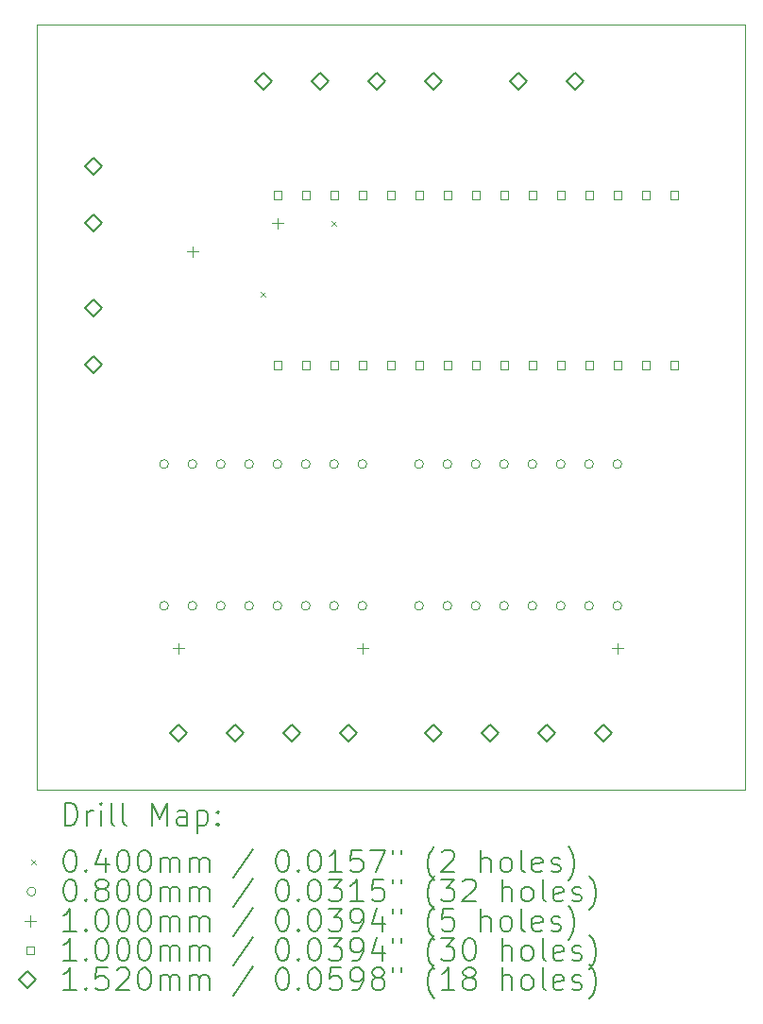
<source format=gbr>
%TF.GenerationSoftware,KiCad,Pcbnew,(6.0.7)*%
%TF.CreationDate,2022-08-10T04:42:46-07:00*%
%TF.ProjectId,pulse-pcb,70756c73-652d-4706-9362-2e6b69636164,rev?*%
%TF.SameCoordinates,Original*%
%TF.FileFunction,Drillmap*%
%TF.FilePolarity,Positive*%
%FSLAX45Y45*%
G04 Gerber Fmt 4.5, Leading zero omitted, Abs format (unit mm)*
G04 Created by KiCad (PCBNEW (6.0.7)) date 2022-08-10 04:42:46*
%MOMM*%
%LPD*%
G01*
G04 APERTURE LIST*
%ADD10C,0.100000*%
%ADD11C,0.200000*%
%ADD12C,0.040000*%
%ADD13C,0.080000*%
%ADD14C,0.152000*%
G04 APERTURE END LIST*
D10*
X15494000Y-13462000D02*
X9144000Y-13462000D01*
X9144000Y-13462000D02*
X9144000Y-6604000D01*
X9144000Y-6604000D02*
X15494000Y-6604000D01*
X15494000Y-6604000D02*
X15494000Y-13462000D01*
D11*
D12*
X11156000Y-8997000D02*
X11196000Y-9037000D01*
X11196000Y-8997000D02*
X11156000Y-9037000D01*
X11791000Y-8362000D02*
X11831000Y-8402000D01*
X11831000Y-8362000D02*
X11791000Y-8402000D01*
D13*
X10327000Y-10540000D02*
G75*
G03*
X10327000Y-10540000I-40000J0D01*
G01*
X10327000Y-11810000D02*
G75*
G03*
X10327000Y-11810000I-40000J0D01*
G01*
X10581000Y-10540000D02*
G75*
G03*
X10581000Y-10540000I-40000J0D01*
G01*
X10581000Y-11810000D02*
G75*
G03*
X10581000Y-11810000I-40000J0D01*
G01*
X10835000Y-10540000D02*
G75*
G03*
X10835000Y-10540000I-40000J0D01*
G01*
X10835000Y-11810000D02*
G75*
G03*
X10835000Y-11810000I-40000J0D01*
G01*
X11089000Y-10540000D02*
G75*
G03*
X11089000Y-10540000I-40000J0D01*
G01*
X11089000Y-11810000D02*
G75*
G03*
X11089000Y-11810000I-40000J0D01*
G01*
X11343000Y-10540000D02*
G75*
G03*
X11343000Y-10540000I-40000J0D01*
G01*
X11343000Y-11810000D02*
G75*
G03*
X11343000Y-11810000I-40000J0D01*
G01*
X11597000Y-10540000D02*
G75*
G03*
X11597000Y-10540000I-40000J0D01*
G01*
X11597000Y-11810000D02*
G75*
G03*
X11597000Y-11810000I-40000J0D01*
G01*
X11851000Y-10540000D02*
G75*
G03*
X11851000Y-10540000I-40000J0D01*
G01*
X11851000Y-11810000D02*
G75*
G03*
X11851000Y-11810000I-40000J0D01*
G01*
X12105000Y-10540000D02*
G75*
G03*
X12105000Y-10540000I-40000J0D01*
G01*
X12105000Y-11810000D02*
G75*
G03*
X12105000Y-11810000I-40000J0D01*
G01*
X12613000Y-10540000D02*
G75*
G03*
X12613000Y-10540000I-40000J0D01*
G01*
X12613000Y-11810000D02*
G75*
G03*
X12613000Y-11810000I-40000J0D01*
G01*
X12867000Y-10540000D02*
G75*
G03*
X12867000Y-10540000I-40000J0D01*
G01*
X12867000Y-11810000D02*
G75*
G03*
X12867000Y-11810000I-40000J0D01*
G01*
X13121000Y-10540000D02*
G75*
G03*
X13121000Y-10540000I-40000J0D01*
G01*
X13121000Y-11810000D02*
G75*
G03*
X13121000Y-11810000I-40000J0D01*
G01*
X13375000Y-10540000D02*
G75*
G03*
X13375000Y-10540000I-40000J0D01*
G01*
X13375000Y-11810000D02*
G75*
G03*
X13375000Y-11810000I-40000J0D01*
G01*
X13629000Y-10540000D02*
G75*
G03*
X13629000Y-10540000I-40000J0D01*
G01*
X13629000Y-11810000D02*
G75*
G03*
X13629000Y-11810000I-40000J0D01*
G01*
X13883000Y-10540000D02*
G75*
G03*
X13883000Y-10540000I-40000J0D01*
G01*
X13883000Y-11810000D02*
G75*
G03*
X13883000Y-11810000I-40000J0D01*
G01*
X14137000Y-10540000D02*
G75*
G03*
X14137000Y-10540000I-40000J0D01*
G01*
X14137000Y-11810000D02*
G75*
G03*
X14137000Y-11810000I-40000J0D01*
G01*
X14391000Y-10540000D02*
G75*
G03*
X14391000Y-10540000I-40000J0D01*
G01*
X14391000Y-11810000D02*
G75*
G03*
X14391000Y-11810000I-40000J0D01*
G01*
D10*
X10414000Y-12142000D02*
X10414000Y-12242000D01*
X10364000Y-12192000D02*
X10464000Y-12192000D01*
X10541000Y-8586000D02*
X10541000Y-8686000D01*
X10491000Y-8636000D02*
X10591000Y-8636000D01*
X11303000Y-8332000D02*
X11303000Y-8432000D01*
X11253000Y-8382000D02*
X11353000Y-8382000D01*
X12065000Y-12142000D02*
X12065000Y-12242000D01*
X12015000Y-12192000D02*
X12115000Y-12192000D01*
X14351000Y-12142000D02*
X14351000Y-12242000D01*
X14301000Y-12192000D02*
X14401000Y-12192000D01*
X11338356Y-8163356D02*
X11338356Y-8092644D01*
X11267644Y-8092644D01*
X11267644Y-8163356D01*
X11338356Y-8163356D01*
X11338356Y-9687356D02*
X11338356Y-9616644D01*
X11267644Y-9616644D01*
X11267644Y-9687356D01*
X11338356Y-9687356D01*
X11592356Y-8163356D02*
X11592356Y-8092644D01*
X11521644Y-8092644D01*
X11521644Y-8163356D01*
X11592356Y-8163356D01*
X11592356Y-9687356D02*
X11592356Y-9616644D01*
X11521644Y-9616644D01*
X11521644Y-9687356D01*
X11592356Y-9687356D01*
X11846356Y-8163356D02*
X11846356Y-8092644D01*
X11775644Y-8092644D01*
X11775644Y-8163356D01*
X11846356Y-8163356D01*
X11846356Y-9687356D02*
X11846356Y-9616644D01*
X11775644Y-9616644D01*
X11775644Y-9687356D01*
X11846356Y-9687356D01*
X12100356Y-8163356D02*
X12100356Y-8092644D01*
X12029644Y-8092644D01*
X12029644Y-8163356D01*
X12100356Y-8163356D01*
X12100356Y-9687356D02*
X12100356Y-9616644D01*
X12029644Y-9616644D01*
X12029644Y-9687356D01*
X12100356Y-9687356D01*
X12354356Y-8163356D02*
X12354356Y-8092644D01*
X12283644Y-8092644D01*
X12283644Y-8163356D01*
X12354356Y-8163356D01*
X12354356Y-9687356D02*
X12354356Y-9616644D01*
X12283644Y-9616644D01*
X12283644Y-9687356D01*
X12354356Y-9687356D01*
X12608356Y-8163356D02*
X12608356Y-8092644D01*
X12537644Y-8092644D01*
X12537644Y-8163356D01*
X12608356Y-8163356D01*
X12608356Y-9687356D02*
X12608356Y-9616644D01*
X12537644Y-9616644D01*
X12537644Y-9687356D01*
X12608356Y-9687356D01*
X12862356Y-8163356D02*
X12862356Y-8092644D01*
X12791644Y-8092644D01*
X12791644Y-8163356D01*
X12862356Y-8163356D01*
X12862356Y-9687356D02*
X12862356Y-9616644D01*
X12791644Y-9616644D01*
X12791644Y-9687356D01*
X12862356Y-9687356D01*
X13116356Y-8163356D02*
X13116356Y-8092644D01*
X13045644Y-8092644D01*
X13045644Y-8163356D01*
X13116356Y-8163356D01*
X13116356Y-9687356D02*
X13116356Y-9616644D01*
X13045644Y-9616644D01*
X13045644Y-9687356D01*
X13116356Y-9687356D01*
X13370356Y-8163356D02*
X13370356Y-8092644D01*
X13299644Y-8092644D01*
X13299644Y-8163356D01*
X13370356Y-8163356D01*
X13370356Y-9687356D02*
X13370356Y-9616644D01*
X13299644Y-9616644D01*
X13299644Y-9687356D01*
X13370356Y-9687356D01*
X13624356Y-8163356D02*
X13624356Y-8092644D01*
X13553644Y-8092644D01*
X13553644Y-8163356D01*
X13624356Y-8163356D01*
X13624356Y-9687356D02*
X13624356Y-9616644D01*
X13553644Y-9616644D01*
X13553644Y-9687356D01*
X13624356Y-9687356D01*
X13878356Y-8163356D02*
X13878356Y-8092644D01*
X13807644Y-8092644D01*
X13807644Y-8163356D01*
X13878356Y-8163356D01*
X13878356Y-9687356D02*
X13878356Y-9616644D01*
X13807644Y-9616644D01*
X13807644Y-9687356D01*
X13878356Y-9687356D01*
X14132356Y-8163356D02*
X14132356Y-8092644D01*
X14061644Y-8092644D01*
X14061644Y-8163356D01*
X14132356Y-8163356D01*
X14132356Y-9687356D02*
X14132356Y-9616644D01*
X14061644Y-9616644D01*
X14061644Y-9687356D01*
X14132356Y-9687356D01*
X14386356Y-8163356D02*
X14386356Y-8092644D01*
X14315644Y-8092644D01*
X14315644Y-8163356D01*
X14386356Y-8163356D01*
X14386356Y-9687356D02*
X14386356Y-9616644D01*
X14315644Y-9616644D01*
X14315644Y-9687356D01*
X14386356Y-9687356D01*
X14640356Y-8163356D02*
X14640356Y-8092644D01*
X14569644Y-8092644D01*
X14569644Y-8163356D01*
X14640356Y-8163356D01*
X14640356Y-9687356D02*
X14640356Y-9616644D01*
X14569644Y-9616644D01*
X14569644Y-9687356D01*
X14640356Y-9687356D01*
X14894356Y-8163356D02*
X14894356Y-8092644D01*
X14823644Y-8092644D01*
X14823644Y-8163356D01*
X14894356Y-8163356D01*
X14894356Y-9687356D02*
X14894356Y-9616644D01*
X14823644Y-9616644D01*
X14823644Y-9687356D01*
X14894356Y-9687356D01*
D14*
X9652000Y-7950000D02*
X9728000Y-7874000D01*
X9652000Y-7798000D01*
X9576000Y-7874000D01*
X9652000Y-7950000D01*
X9652000Y-8458000D02*
X9728000Y-8382000D01*
X9652000Y-8306000D01*
X9576000Y-8382000D01*
X9652000Y-8458000D01*
X9652000Y-9220000D02*
X9728000Y-9144000D01*
X9652000Y-9068000D01*
X9576000Y-9144000D01*
X9652000Y-9220000D01*
X9652000Y-9728000D02*
X9728000Y-9652000D01*
X9652000Y-9576000D01*
X9576000Y-9652000D01*
X9652000Y-9728000D01*
X10414000Y-13030000D02*
X10490000Y-12954000D01*
X10414000Y-12878000D01*
X10338000Y-12954000D01*
X10414000Y-13030000D01*
X10922000Y-13030000D02*
X10998000Y-12954000D01*
X10922000Y-12878000D01*
X10846000Y-12954000D01*
X10922000Y-13030000D01*
X11176000Y-7188000D02*
X11252000Y-7112000D01*
X11176000Y-7036000D01*
X11100000Y-7112000D01*
X11176000Y-7188000D01*
X11430000Y-13030000D02*
X11506000Y-12954000D01*
X11430000Y-12878000D01*
X11354000Y-12954000D01*
X11430000Y-13030000D01*
X11684000Y-7188000D02*
X11760000Y-7112000D01*
X11684000Y-7036000D01*
X11608000Y-7112000D01*
X11684000Y-7188000D01*
X11938000Y-13030000D02*
X12014000Y-12954000D01*
X11938000Y-12878000D01*
X11862000Y-12954000D01*
X11938000Y-13030000D01*
X12192000Y-7188000D02*
X12268000Y-7112000D01*
X12192000Y-7036000D01*
X12116000Y-7112000D01*
X12192000Y-7188000D01*
X12700000Y-7188000D02*
X12776000Y-7112000D01*
X12700000Y-7036000D01*
X12624000Y-7112000D01*
X12700000Y-7188000D01*
X12700000Y-13030000D02*
X12776000Y-12954000D01*
X12700000Y-12878000D01*
X12624000Y-12954000D01*
X12700000Y-13030000D01*
X13208000Y-13030000D02*
X13284000Y-12954000D01*
X13208000Y-12878000D01*
X13132000Y-12954000D01*
X13208000Y-13030000D01*
X13462000Y-7188000D02*
X13538000Y-7112000D01*
X13462000Y-7036000D01*
X13386000Y-7112000D01*
X13462000Y-7188000D01*
X13716000Y-13030000D02*
X13792000Y-12954000D01*
X13716000Y-12878000D01*
X13640000Y-12954000D01*
X13716000Y-13030000D01*
X13970000Y-7188000D02*
X14046000Y-7112000D01*
X13970000Y-7036000D01*
X13894000Y-7112000D01*
X13970000Y-7188000D01*
X14224000Y-13030000D02*
X14300000Y-12954000D01*
X14224000Y-12878000D01*
X14148000Y-12954000D01*
X14224000Y-13030000D01*
D11*
X9396619Y-13777476D02*
X9396619Y-13577476D01*
X9444238Y-13577476D01*
X9472810Y-13587000D01*
X9491857Y-13606048D01*
X9501381Y-13625095D01*
X9510905Y-13663190D01*
X9510905Y-13691762D01*
X9501381Y-13729857D01*
X9491857Y-13748905D01*
X9472810Y-13767952D01*
X9444238Y-13777476D01*
X9396619Y-13777476D01*
X9596619Y-13777476D02*
X9596619Y-13644143D01*
X9596619Y-13682238D02*
X9606143Y-13663190D01*
X9615667Y-13653667D01*
X9634714Y-13644143D01*
X9653762Y-13644143D01*
X9720429Y-13777476D02*
X9720429Y-13644143D01*
X9720429Y-13577476D02*
X9710905Y-13587000D01*
X9720429Y-13596524D01*
X9729952Y-13587000D01*
X9720429Y-13577476D01*
X9720429Y-13596524D01*
X9844238Y-13777476D02*
X9825190Y-13767952D01*
X9815667Y-13748905D01*
X9815667Y-13577476D01*
X9949000Y-13777476D02*
X9929952Y-13767952D01*
X9920429Y-13748905D01*
X9920429Y-13577476D01*
X10177571Y-13777476D02*
X10177571Y-13577476D01*
X10244238Y-13720333D01*
X10310905Y-13577476D01*
X10310905Y-13777476D01*
X10491857Y-13777476D02*
X10491857Y-13672714D01*
X10482333Y-13653667D01*
X10463286Y-13644143D01*
X10425190Y-13644143D01*
X10406143Y-13653667D01*
X10491857Y-13767952D02*
X10472810Y-13777476D01*
X10425190Y-13777476D01*
X10406143Y-13767952D01*
X10396619Y-13748905D01*
X10396619Y-13729857D01*
X10406143Y-13710809D01*
X10425190Y-13701286D01*
X10472810Y-13701286D01*
X10491857Y-13691762D01*
X10587095Y-13644143D02*
X10587095Y-13844143D01*
X10587095Y-13653667D02*
X10606143Y-13644143D01*
X10644238Y-13644143D01*
X10663286Y-13653667D01*
X10672810Y-13663190D01*
X10682333Y-13682238D01*
X10682333Y-13739381D01*
X10672810Y-13758428D01*
X10663286Y-13767952D01*
X10644238Y-13777476D01*
X10606143Y-13777476D01*
X10587095Y-13767952D01*
X10768048Y-13758428D02*
X10777571Y-13767952D01*
X10768048Y-13777476D01*
X10758524Y-13767952D01*
X10768048Y-13758428D01*
X10768048Y-13777476D01*
X10768048Y-13653667D02*
X10777571Y-13663190D01*
X10768048Y-13672714D01*
X10758524Y-13663190D01*
X10768048Y-13653667D01*
X10768048Y-13672714D01*
D12*
X9099000Y-14087000D02*
X9139000Y-14127000D01*
X9139000Y-14087000D02*
X9099000Y-14127000D01*
D11*
X9434714Y-13997476D02*
X9453762Y-13997476D01*
X9472810Y-14007000D01*
X9482333Y-14016524D01*
X9491857Y-14035571D01*
X9501381Y-14073667D01*
X9501381Y-14121286D01*
X9491857Y-14159381D01*
X9482333Y-14178428D01*
X9472810Y-14187952D01*
X9453762Y-14197476D01*
X9434714Y-14197476D01*
X9415667Y-14187952D01*
X9406143Y-14178428D01*
X9396619Y-14159381D01*
X9387095Y-14121286D01*
X9387095Y-14073667D01*
X9396619Y-14035571D01*
X9406143Y-14016524D01*
X9415667Y-14007000D01*
X9434714Y-13997476D01*
X9587095Y-14178428D02*
X9596619Y-14187952D01*
X9587095Y-14197476D01*
X9577571Y-14187952D01*
X9587095Y-14178428D01*
X9587095Y-14197476D01*
X9768048Y-14064143D02*
X9768048Y-14197476D01*
X9720429Y-13987952D02*
X9672810Y-14130809D01*
X9796619Y-14130809D01*
X9910905Y-13997476D02*
X9929952Y-13997476D01*
X9949000Y-14007000D01*
X9958524Y-14016524D01*
X9968048Y-14035571D01*
X9977571Y-14073667D01*
X9977571Y-14121286D01*
X9968048Y-14159381D01*
X9958524Y-14178428D01*
X9949000Y-14187952D01*
X9929952Y-14197476D01*
X9910905Y-14197476D01*
X9891857Y-14187952D01*
X9882333Y-14178428D01*
X9872810Y-14159381D01*
X9863286Y-14121286D01*
X9863286Y-14073667D01*
X9872810Y-14035571D01*
X9882333Y-14016524D01*
X9891857Y-14007000D01*
X9910905Y-13997476D01*
X10101381Y-13997476D02*
X10120429Y-13997476D01*
X10139476Y-14007000D01*
X10149000Y-14016524D01*
X10158524Y-14035571D01*
X10168048Y-14073667D01*
X10168048Y-14121286D01*
X10158524Y-14159381D01*
X10149000Y-14178428D01*
X10139476Y-14187952D01*
X10120429Y-14197476D01*
X10101381Y-14197476D01*
X10082333Y-14187952D01*
X10072810Y-14178428D01*
X10063286Y-14159381D01*
X10053762Y-14121286D01*
X10053762Y-14073667D01*
X10063286Y-14035571D01*
X10072810Y-14016524D01*
X10082333Y-14007000D01*
X10101381Y-13997476D01*
X10253762Y-14197476D02*
X10253762Y-14064143D01*
X10253762Y-14083190D02*
X10263286Y-14073667D01*
X10282333Y-14064143D01*
X10310905Y-14064143D01*
X10329952Y-14073667D01*
X10339476Y-14092714D01*
X10339476Y-14197476D01*
X10339476Y-14092714D02*
X10349000Y-14073667D01*
X10368048Y-14064143D01*
X10396619Y-14064143D01*
X10415667Y-14073667D01*
X10425190Y-14092714D01*
X10425190Y-14197476D01*
X10520429Y-14197476D02*
X10520429Y-14064143D01*
X10520429Y-14083190D02*
X10529952Y-14073667D01*
X10549000Y-14064143D01*
X10577571Y-14064143D01*
X10596619Y-14073667D01*
X10606143Y-14092714D01*
X10606143Y-14197476D01*
X10606143Y-14092714D02*
X10615667Y-14073667D01*
X10634714Y-14064143D01*
X10663286Y-14064143D01*
X10682333Y-14073667D01*
X10691857Y-14092714D01*
X10691857Y-14197476D01*
X11082333Y-13987952D02*
X10910905Y-14245095D01*
X11339476Y-13997476D02*
X11358524Y-13997476D01*
X11377571Y-14007000D01*
X11387095Y-14016524D01*
X11396619Y-14035571D01*
X11406143Y-14073667D01*
X11406143Y-14121286D01*
X11396619Y-14159381D01*
X11387095Y-14178428D01*
X11377571Y-14187952D01*
X11358524Y-14197476D01*
X11339476Y-14197476D01*
X11320428Y-14187952D01*
X11310905Y-14178428D01*
X11301381Y-14159381D01*
X11291857Y-14121286D01*
X11291857Y-14073667D01*
X11301381Y-14035571D01*
X11310905Y-14016524D01*
X11320428Y-14007000D01*
X11339476Y-13997476D01*
X11491857Y-14178428D02*
X11501381Y-14187952D01*
X11491857Y-14197476D01*
X11482333Y-14187952D01*
X11491857Y-14178428D01*
X11491857Y-14197476D01*
X11625190Y-13997476D02*
X11644238Y-13997476D01*
X11663286Y-14007000D01*
X11672809Y-14016524D01*
X11682333Y-14035571D01*
X11691857Y-14073667D01*
X11691857Y-14121286D01*
X11682333Y-14159381D01*
X11672809Y-14178428D01*
X11663286Y-14187952D01*
X11644238Y-14197476D01*
X11625190Y-14197476D01*
X11606143Y-14187952D01*
X11596619Y-14178428D01*
X11587095Y-14159381D01*
X11577571Y-14121286D01*
X11577571Y-14073667D01*
X11587095Y-14035571D01*
X11596619Y-14016524D01*
X11606143Y-14007000D01*
X11625190Y-13997476D01*
X11882333Y-14197476D02*
X11768048Y-14197476D01*
X11825190Y-14197476D02*
X11825190Y-13997476D01*
X11806143Y-14026048D01*
X11787095Y-14045095D01*
X11768048Y-14054619D01*
X12063286Y-13997476D02*
X11968048Y-13997476D01*
X11958524Y-14092714D01*
X11968048Y-14083190D01*
X11987095Y-14073667D01*
X12034714Y-14073667D01*
X12053762Y-14083190D01*
X12063286Y-14092714D01*
X12072809Y-14111762D01*
X12072809Y-14159381D01*
X12063286Y-14178428D01*
X12053762Y-14187952D01*
X12034714Y-14197476D01*
X11987095Y-14197476D01*
X11968048Y-14187952D01*
X11958524Y-14178428D01*
X12139476Y-13997476D02*
X12272809Y-13997476D01*
X12187095Y-14197476D01*
X12339476Y-13997476D02*
X12339476Y-14035571D01*
X12415667Y-13997476D02*
X12415667Y-14035571D01*
X12710905Y-14273667D02*
X12701381Y-14264143D01*
X12682333Y-14235571D01*
X12672809Y-14216524D01*
X12663286Y-14187952D01*
X12653762Y-14140333D01*
X12653762Y-14102238D01*
X12663286Y-14054619D01*
X12672809Y-14026048D01*
X12682333Y-14007000D01*
X12701381Y-13978428D01*
X12710905Y-13968905D01*
X12777571Y-14016524D02*
X12787095Y-14007000D01*
X12806143Y-13997476D01*
X12853762Y-13997476D01*
X12872809Y-14007000D01*
X12882333Y-14016524D01*
X12891857Y-14035571D01*
X12891857Y-14054619D01*
X12882333Y-14083190D01*
X12768048Y-14197476D01*
X12891857Y-14197476D01*
X13129952Y-14197476D02*
X13129952Y-13997476D01*
X13215667Y-14197476D02*
X13215667Y-14092714D01*
X13206143Y-14073667D01*
X13187095Y-14064143D01*
X13158524Y-14064143D01*
X13139476Y-14073667D01*
X13129952Y-14083190D01*
X13339476Y-14197476D02*
X13320428Y-14187952D01*
X13310905Y-14178428D01*
X13301381Y-14159381D01*
X13301381Y-14102238D01*
X13310905Y-14083190D01*
X13320428Y-14073667D01*
X13339476Y-14064143D01*
X13368048Y-14064143D01*
X13387095Y-14073667D01*
X13396619Y-14083190D01*
X13406143Y-14102238D01*
X13406143Y-14159381D01*
X13396619Y-14178428D01*
X13387095Y-14187952D01*
X13368048Y-14197476D01*
X13339476Y-14197476D01*
X13520428Y-14197476D02*
X13501381Y-14187952D01*
X13491857Y-14168905D01*
X13491857Y-13997476D01*
X13672809Y-14187952D02*
X13653762Y-14197476D01*
X13615667Y-14197476D01*
X13596619Y-14187952D01*
X13587095Y-14168905D01*
X13587095Y-14092714D01*
X13596619Y-14073667D01*
X13615667Y-14064143D01*
X13653762Y-14064143D01*
X13672809Y-14073667D01*
X13682333Y-14092714D01*
X13682333Y-14111762D01*
X13587095Y-14130809D01*
X13758524Y-14187952D02*
X13777571Y-14197476D01*
X13815667Y-14197476D01*
X13834714Y-14187952D01*
X13844238Y-14168905D01*
X13844238Y-14159381D01*
X13834714Y-14140333D01*
X13815667Y-14130809D01*
X13787095Y-14130809D01*
X13768048Y-14121286D01*
X13758524Y-14102238D01*
X13758524Y-14092714D01*
X13768048Y-14073667D01*
X13787095Y-14064143D01*
X13815667Y-14064143D01*
X13834714Y-14073667D01*
X13910905Y-14273667D02*
X13920428Y-14264143D01*
X13939476Y-14235571D01*
X13949000Y-14216524D01*
X13958524Y-14187952D01*
X13968048Y-14140333D01*
X13968048Y-14102238D01*
X13958524Y-14054619D01*
X13949000Y-14026048D01*
X13939476Y-14007000D01*
X13920428Y-13978428D01*
X13910905Y-13968905D01*
D13*
X9139000Y-14371000D02*
G75*
G03*
X9139000Y-14371000I-40000J0D01*
G01*
D11*
X9434714Y-14261476D02*
X9453762Y-14261476D01*
X9472810Y-14271000D01*
X9482333Y-14280524D01*
X9491857Y-14299571D01*
X9501381Y-14337667D01*
X9501381Y-14385286D01*
X9491857Y-14423381D01*
X9482333Y-14442428D01*
X9472810Y-14451952D01*
X9453762Y-14461476D01*
X9434714Y-14461476D01*
X9415667Y-14451952D01*
X9406143Y-14442428D01*
X9396619Y-14423381D01*
X9387095Y-14385286D01*
X9387095Y-14337667D01*
X9396619Y-14299571D01*
X9406143Y-14280524D01*
X9415667Y-14271000D01*
X9434714Y-14261476D01*
X9587095Y-14442428D02*
X9596619Y-14451952D01*
X9587095Y-14461476D01*
X9577571Y-14451952D01*
X9587095Y-14442428D01*
X9587095Y-14461476D01*
X9710905Y-14347190D02*
X9691857Y-14337667D01*
X9682333Y-14328143D01*
X9672810Y-14309095D01*
X9672810Y-14299571D01*
X9682333Y-14280524D01*
X9691857Y-14271000D01*
X9710905Y-14261476D01*
X9749000Y-14261476D01*
X9768048Y-14271000D01*
X9777571Y-14280524D01*
X9787095Y-14299571D01*
X9787095Y-14309095D01*
X9777571Y-14328143D01*
X9768048Y-14337667D01*
X9749000Y-14347190D01*
X9710905Y-14347190D01*
X9691857Y-14356714D01*
X9682333Y-14366238D01*
X9672810Y-14385286D01*
X9672810Y-14423381D01*
X9682333Y-14442428D01*
X9691857Y-14451952D01*
X9710905Y-14461476D01*
X9749000Y-14461476D01*
X9768048Y-14451952D01*
X9777571Y-14442428D01*
X9787095Y-14423381D01*
X9787095Y-14385286D01*
X9777571Y-14366238D01*
X9768048Y-14356714D01*
X9749000Y-14347190D01*
X9910905Y-14261476D02*
X9929952Y-14261476D01*
X9949000Y-14271000D01*
X9958524Y-14280524D01*
X9968048Y-14299571D01*
X9977571Y-14337667D01*
X9977571Y-14385286D01*
X9968048Y-14423381D01*
X9958524Y-14442428D01*
X9949000Y-14451952D01*
X9929952Y-14461476D01*
X9910905Y-14461476D01*
X9891857Y-14451952D01*
X9882333Y-14442428D01*
X9872810Y-14423381D01*
X9863286Y-14385286D01*
X9863286Y-14337667D01*
X9872810Y-14299571D01*
X9882333Y-14280524D01*
X9891857Y-14271000D01*
X9910905Y-14261476D01*
X10101381Y-14261476D02*
X10120429Y-14261476D01*
X10139476Y-14271000D01*
X10149000Y-14280524D01*
X10158524Y-14299571D01*
X10168048Y-14337667D01*
X10168048Y-14385286D01*
X10158524Y-14423381D01*
X10149000Y-14442428D01*
X10139476Y-14451952D01*
X10120429Y-14461476D01*
X10101381Y-14461476D01*
X10082333Y-14451952D01*
X10072810Y-14442428D01*
X10063286Y-14423381D01*
X10053762Y-14385286D01*
X10053762Y-14337667D01*
X10063286Y-14299571D01*
X10072810Y-14280524D01*
X10082333Y-14271000D01*
X10101381Y-14261476D01*
X10253762Y-14461476D02*
X10253762Y-14328143D01*
X10253762Y-14347190D02*
X10263286Y-14337667D01*
X10282333Y-14328143D01*
X10310905Y-14328143D01*
X10329952Y-14337667D01*
X10339476Y-14356714D01*
X10339476Y-14461476D01*
X10339476Y-14356714D02*
X10349000Y-14337667D01*
X10368048Y-14328143D01*
X10396619Y-14328143D01*
X10415667Y-14337667D01*
X10425190Y-14356714D01*
X10425190Y-14461476D01*
X10520429Y-14461476D02*
X10520429Y-14328143D01*
X10520429Y-14347190D02*
X10529952Y-14337667D01*
X10549000Y-14328143D01*
X10577571Y-14328143D01*
X10596619Y-14337667D01*
X10606143Y-14356714D01*
X10606143Y-14461476D01*
X10606143Y-14356714D02*
X10615667Y-14337667D01*
X10634714Y-14328143D01*
X10663286Y-14328143D01*
X10682333Y-14337667D01*
X10691857Y-14356714D01*
X10691857Y-14461476D01*
X11082333Y-14251952D02*
X10910905Y-14509095D01*
X11339476Y-14261476D02*
X11358524Y-14261476D01*
X11377571Y-14271000D01*
X11387095Y-14280524D01*
X11396619Y-14299571D01*
X11406143Y-14337667D01*
X11406143Y-14385286D01*
X11396619Y-14423381D01*
X11387095Y-14442428D01*
X11377571Y-14451952D01*
X11358524Y-14461476D01*
X11339476Y-14461476D01*
X11320428Y-14451952D01*
X11310905Y-14442428D01*
X11301381Y-14423381D01*
X11291857Y-14385286D01*
X11291857Y-14337667D01*
X11301381Y-14299571D01*
X11310905Y-14280524D01*
X11320428Y-14271000D01*
X11339476Y-14261476D01*
X11491857Y-14442428D02*
X11501381Y-14451952D01*
X11491857Y-14461476D01*
X11482333Y-14451952D01*
X11491857Y-14442428D01*
X11491857Y-14461476D01*
X11625190Y-14261476D02*
X11644238Y-14261476D01*
X11663286Y-14271000D01*
X11672809Y-14280524D01*
X11682333Y-14299571D01*
X11691857Y-14337667D01*
X11691857Y-14385286D01*
X11682333Y-14423381D01*
X11672809Y-14442428D01*
X11663286Y-14451952D01*
X11644238Y-14461476D01*
X11625190Y-14461476D01*
X11606143Y-14451952D01*
X11596619Y-14442428D01*
X11587095Y-14423381D01*
X11577571Y-14385286D01*
X11577571Y-14337667D01*
X11587095Y-14299571D01*
X11596619Y-14280524D01*
X11606143Y-14271000D01*
X11625190Y-14261476D01*
X11758524Y-14261476D02*
X11882333Y-14261476D01*
X11815667Y-14337667D01*
X11844238Y-14337667D01*
X11863286Y-14347190D01*
X11872809Y-14356714D01*
X11882333Y-14375762D01*
X11882333Y-14423381D01*
X11872809Y-14442428D01*
X11863286Y-14451952D01*
X11844238Y-14461476D01*
X11787095Y-14461476D01*
X11768048Y-14451952D01*
X11758524Y-14442428D01*
X12072809Y-14461476D02*
X11958524Y-14461476D01*
X12015667Y-14461476D02*
X12015667Y-14261476D01*
X11996619Y-14290048D01*
X11977571Y-14309095D01*
X11958524Y-14318619D01*
X12253762Y-14261476D02*
X12158524Y-14261476D01*
X12149000Y-14356714D01*
X12158524Y-14347190D01*
X12177571Y-14337667D01*
X12225190Y-14337667D01*
X12244238Y-14347190D01*
X12253762Y-14356714D01*
X12263286Y-14375762D01*
X12263286Y-14423381D01*
X12253762Y-14442428D01*
X12244238Y-14451952D01*
X12225190Y-14461476D01*
X12177571Y-14461476D01*
X12158524Y-14451952D01*
X12149000Y-14442428D01*
X12339476Y-14261476D02*
X12339476Y-14299571D01*
X12415667Y-14261476D02*
X12415667Y-14299571D01*
X12710905Y-14537667D02*
X12701381Y-14528143D01*
X12682333Y-14499571D01*
X12672809Y-14480524D01*
X12663286Y-14451952D01*
X12653762Y-14404333D01*
X12653762Y-14366238D01*
X12663286Y-14318619D01*
X12672809Y-14290048D01*
X12682333Y-14271000D01*
X12701381Y-14242428D01*
X12710905Y-14232905D01*
X12768048Y-14261476D02*
X12891857Y-14261476D01*
X12825190Y-14337667D01*
X12853762Y-14337667D01*
X12872809Y-14347190D01*
X12882333Y-14356714D01*
X12891857Y-14375762D01*
X12891857Y-14423381D01*
X12882333Y-14442428D01*
X12872809Y-14451952D01*
X12853762Y-14461476D01*
X12796619Y-14461476D01*
X12777571Y-14451952D01*
X12768048Y-14442428D01*
X12968048Y-14280524D02*
X12977571Y-14271000D01*
X12996619Y-14261476D01*
X13044238Y-14261476D01*
X13063286Y-14271000D01*
X13072809Y-14280524D01*
X13082333Y-14299571D01*
X13082333Y-14318619D01*
X13072809Y-14347190D01*
X12958524Y-14461476D01*
X13082333Y-14461476D01*
X13320428Y-14461476D02*
X13320428Y-14261476D01*
X13406143Y-14461476D02*
X13406143Y-14356714D01*
X13396619Y-14337667D01*
X13377571Y-14328143D01*
X13349000Y-14328143D01*
X13329952Y-14337667D01*
X13320428Y-14347190D01*
X13529952Y-14461476D02*
X13510905Y-14451952D01*
X13501381Y-14442428D01*
X13491857Y-14423381D01*
X13491857Y-14366238D01*
X13501381Y-14347190D01*
X13510905Y-14337667D01*
X13529952Y-14328143D01*
X13558524Y-14328143D01*
X13577571Y-14337667D01*
X13587095Y-14347190D01*
X13596619Y-14366238D01*
X13596619Y-14423381D01*
X13587095Y-14442428D01*
X13577571Y-14451952D01*
X13558524Y-14461476D01*
X13529952Y-14461476D01*
X13710905Y-14461476D02*
X13691857Y-14451952D01*
X13682333Y-14432905D01*
X13682333Y-14261476D01*
X13863286Y-14451952D02*
X13844238Y-14461476D01*
X13806143Y-14461476D01*
X13787095Y-14451952D01*
X13777571Y-14432905D01*
X13777571Y-14356714D01*
X13787095Y-14337667D01*
X13806143Y-14328143D01*
X13844238Y-14328143D01*
X13863286Y-14337667D01*
X13872809Y-14356714D01*
X13872809Y-14375762D01*
X13777571Y-14394809D01*
X13949000Y-14451952D02*
X13968048Y-14461476D01*
X14006143Y-14461476D01*
X14025190Y-14451952D01*
X14034714Y-14432905D01*
X14034714Y-14423381D01*
X14025190Y-14404333D01*
X14006143Y-14394809D01*
X13977571Y-14394809D01*
X13958524Y-14385286D01*
X13949000Y-14366238D01*
X13949000Y-14356714D01*
X13958524Y-14337667D01*
X13977571Y-14328143D01*
X14006143Y-14328143D01*
X14025190Y-14337667D01*
X14101381Y-14537667D02*
X14110905Y-14528143D01*
X14129952Y-14499571D01*
X14139476Y-14480524D01*
X14149000Y-14451952D01*
X14158524Y-14404333D01*
X14158524Y-14366238D01*
X14149000Y-14318619D01*
X14139476Y-14290048D01*
X14129952Y-14271000D01*
X14110905Y-14242428D01*
X14101381Y-14232905D01*
D10*
X9089000Y-14585000D02*
X9089000Y-14685000D01*
X9039000Y-14635000D02*
X9139000Y-14635000D01*
D11*
X9501381Y-14725476D02*
X9387095Y-14725476D01*
X9444238Y-14725476D02*
X9444238Y-14525476D01*
X9425190Y-14554048D01*
X9406143Y-14573095D01*
X9387095Y-14582619D01*
X9587095Y-14706428D02*
X9596619Y-14715952D01*
X9587095Y-14725476D01*
X9577571Y-14715952D01*
X9587095Y-14706428D01*
X9587095Y-14725476D01*
X9720429Y-14525476D02*
X9739476Y-14525476D01*
X9758524Y-14535000D01*
X9768048Y-14544524D01*
X9777571Y-14563571D01*
X9787095Y-14601667D01*
X9787095Y-14649286D01*
X9777571Y-14687381D01*
X9768048Y-14706428D01*
X9758524Y-14715952D01*
X9739476Y-14725476D01*
X9720429Y-14725476D01*
X9701381Y-14715952D01*
X9691857Y-14706428D01*
X9682333Y-14687381D01*
X9672810Y-14649286D01*
X9672810Y-14601667D01*
X9682333Y-14563571D01*
X9691857Y-14544524D01*
X9701381Y-14535000D01*
X9720429Y-14525476D01*
X9910905Y-14525476D02*
X9929952Y-14525476D01*
X9949000Y-14535000D01*
X9958524Y-14544524D01*
X9968048Y-14563571D01*
X9977571Y-14601667D01*
X9977571Y-14649286D01*
X9968048Y-14687381D01*
X9958524Y-14706428D01*
X9949000Y-14715952D01*
X9929952Y-14725476D01*
X9910905Y-14725476D01*
X9891857Y-14715952D01*
X9882333Y-14706428D01*
X9872810Y-14687381D01*
X9863286Y-14649286D01*
X9863286Y-14601667D01*
X9872810Y-14563571D01*
X9882333Y-14544524D01*
X9891857Y-14535000D01*
X9910905Y-14525476D01*
X10101381Y-14525476D02*
X10120429Y-14525476D01*
X10139476Y-14535000D01*
X10149000Y-14544524D01*
X10158524Y-14563571D01*
X10168048Y-14601667D01*
X10168048Y-14649286D01*
X10158524Y-14687381D01*
X10149000Y-14706428D01*
X10139476Y-14715952D01*
X10120429Y-14725476D01*
X10101381Y-14725476D01*
X10082333Y-14715952D01*
X10072810Y-14706428D01*
X10063286Y-14687381D01*
X10053762Y-14649286D01*
X10053762Y-14601667D01*
X10063286Y-14563571D01*
X10072810Y-14544524D01*
X10082333Y-14535000D01*
X10101381Y-14525476D01*
X10253762Y-14725476D02*
X10253762Y-14592143D01*
X10253762Y-14611190D02*
X10263286Y-14601667D01*
X10282333Y-14592143D01*
X10310905Y-14592143D01*
X10329952Y-14601667D01*
X10339476Y-14620714D01*
X10339476Y-14725476D01*
X10339476Y-14620714D02*
X10349000Y-14601667D01*
X10368048Y-14592143D01*
X10396619Y-14592143D01*
X10415667Y-14601667D01*
X10425190Y-14620714D01*
X10425190Y-14725476D01*
X10520429Y-14725476D02*
X10520429Y-14592143D01*
X10520429Y-14611190D02*
X10529952Y-14601667D01*
X10549000Y-14592143D01*
X10577571Y-14592143D01*
X10596619Y-14601667D01*
X10606143Y-14620714D01*
X10606143Y-14725476D01*
X10606143Y-14620714D02*
X10615667Y-14601667D01*
X10634714Y-14592143D01*
X10663286Y-14592143D01*
X10682333Y-14601667D01*
X10691857Y-14620714D01*
X10691857Y-14725476D01*
X11082333Y-14515952D02*
X10910905Y-14773095D01*
X11339476Y-14525476D02*
X11358524Y-14525476D01*
X11377571Y-14535000D01*
X11387095Y-14544524D01*
X11396619Y-14563571D01*
X11406143Y-14601667D01*
X11406143Y-14649286D01*
X11396619Y-14687381D01*
X11387095Y-14706428D01*
X11377571Y-14715952D01*
X11358524Y-14725476D01*
X11339476Y-14725476D01*
X11320428Y-14715952D01*
X11310905Y-14706428D01*
X11301381Y-14687381D01*
X11291857Y-14649286D01*
X11291857Y-14601667D01*
X11301381Y-14563571D01*
X11310905Y-14544524D01*
X11320428Y-14535000D01*
X11339476Y-14525476D01*
X11491857Y-14706428D02*
X11501381Y-14715952D01*
X11491857Y-14725476D01*
X11482333Y-14715952D01*
X11491857Y-14706428D01*
X11491857Y-14725476D01*
X11625190Y-14525476D02*
X11644238Y-14525476D01*
X11663286Y-14535000D01*
X11672809Y-14544524D01*
X11682333Y-14563571D01*
X11691857Y-14601667D01*
X11691857Y-14649286D01*
X11682333Y-14687381D01*
X11672809Y-14706428D01*
X11663286Y-14715952D01*
X11644238Y-14725476D01*
X11625190Y-14725476D01*
X11606143Y-14715952D01*
X11596619Y-14706428D01*
X11587095Y-14687381D01*
X11577571Y-14649286D01*
X11577571Y-14601667D01*
X11587095Y-14563571D01*
X11596619Y-14544524D01*
X11606143Y-14535000D01*
X11625190Y-14525476D01*
X11758524Y-14525476D02*
X11882333Y-14525476D01*
X11815667Y-14601667D01*
X11844238Y-14601667D01*
X11863286Y-14611190D01*
X11872809Y-14620714D01*
X11882333Y-14639762D01*
X11882333Y-14687381D01*
X11872809Y-14706428D01*
X11863286Y-14715952D01*
X11844238Y-14725476D01*
X11787095Y-14725476D01*
X11768048Y-14715952D01*
X11758524Y-14706428D01*
X11977571Y-14725476D02*
X12015667Y-14725476D01*
X12034714Y-14715952D01*
X12044238Y-14706428D01*
X12063286Y-14677857D01*
X12072809Y-14639762D01*
X12072809Y-14563571D01*
X12063286Y-14544524D01*
X12053762Y-14535000D01*
X12034714Y-14525476D01*
X11996619Y-14525476D01*
X11977571Y-14535000D01*
X11968048Y-14544524D01*
X11958524Y-14563571D01*
X11958524Y-14611190D01*
X11968048Y-14630238D01*
X11977571Y-14639762D01*
X11996619Y-14649286D01*
X12034714Y-14649286D01*
X12053762Y-14639762D01*
X12063286Y-14630238D01*
X12072809Y-14611190D01*
X12244238Y-14592143D02*
X12244238Y-14725476D01*
X12196619Y-14515952D02*
X12149000Y-14658809D01*
X12272809Y-14658809D01*
X12339476Y-14525476D02*
X12339476Y-14563571D01*
X12415667Y-14525476D02*
X12415667Y-14563571D01*
X12710905Y-14801667D02*
X12701381Y-14792143D01*
X12682333Y-14763571D01*
X12672809Y-14744524D01*
X12663286Y-14715952D01*
X12653762Y-14668333D01*
X12653762Y-14630238D01*
X12663286Y-14582619D01*
X12672809Y-14554048D01*
X12682333Y-14535000D01*
X12701381Y-14506428D01*
X12710905Y-14496905D01*
X12882333Y-14525476D02*
X12787095Y-14525476D01*
X12777571Y-14620714D01*
X12787095Y-14611190D01*
X12806143Y-14601667D01*
X12853762Y-14601667D01*
X12872809Y-14611190D01*
X12882333Y-14620714D01*
X12891857Y-14639762D01*
X12891857Y-14687381D01*
X12882333Y-14706428D01*
X12872809Y-14715952D01*
X12853762Y-14725476D01*
X12806143Y-14725476D01*
X12787095Y-14715952D01*
X12777571Y-14706428D01*
X13129952Y-14725476D02*
X13129952Y-14525476D01*
X13215667Y-14725476D02*
X13215667Y-14620714D01*
X13206143Y-14601667D01*
X13187095Y-14592143D01*
X13158524Y-14592143D01*
X13139476Y-14601667D01*
X13129952Y-14611190D01*
X13339476Y-14725476D02*
X13320428Y-14715952D01*
X13310905Y-14706428D01*
X13301381Y-14687381D01*
X13301381Y-14630238D01*
X13310905Y-14611190D01*
X13320428Y-14601667D01*
X13339476Y-14592143D01*
X13368048Y-14592143D01*
X13387095Y-14601667D01*
X13396619Y-14611190D01*
X13406143Y-14630238D01*
X13406143Y-14687381D01*
X13396619Y-14706428D01*
X13387095Y-14715952D01*
X13368048Y-14725476D01*
X13339476Y-14725476D01*
X13520428Y-14725476D02*
X13501381Y-14715952D01*
X13491857Y-14696905D01*
X13491857Y-14525476D01*
X13672809Y-14715952D02*
X13653762Y-14725476D01*
X13615667Y-14725476D01*
X13596619Y-14715952D01*
X13587095Y-14696905D01*
X13587095Y-14620714D01*
X13596619Y-14601667D01*
X13615667Y-14592143D01*
X13653762Y-14592143D01*
X13672809Y-14601667D01*
X13682333Y-14620714D01*
X13682333Y-14639762D01*
X13587095Y-14658809D01*
X13758524Y-14715952D02*
X13777571Y-14725476D01*
X13815667Y-14725476D01*
X13834714Y-14715952D01*
X13844238Y-14696905D01*
X13844238Y-14687381D01*
X13834714Y-14668333D01*
X13815667Y-14658809D01*
X13787095Y-14658809D01*
X13768048Y-14649286D01*
X13758524Y-14630238D01*
X13758524Y-14620714D01*
X13768048Y-14601667D01*
X13787095Y-14592143D01*
X13815667Y-14592143D01*
X13834714Y-14601667D01*
X13910905Y-14801667D02*
X13920428Y-14792143D01*
X13939476Y-14763571D01*
X13949000Y-14744524D01*
X13958524Y-14715952D01*
X13968048Y-14668333D01*
X13968048Y-14630238D01*
X13958524Y-14582619D01*
X13949000Y-14554048D01*
X13939476Y-14535000D01*
X13920428Y-14506428D01*
X13910905Y-14496905D01*
D10*
X9124356Y-14934356D02*
X9124356Y-14863644D01*
X9053644Y-14863644D01*
X9053644Y-14934356D01*
X9124356Y-14934356D01*
D11*
X9501381Y-14989476D02*
X9387095Y-14989476D01*
X9444238Y-14989476D02*
X9444238Y-14789476D01*
X9425190Y-14818048D01*
X9406143Y-14837095D01*
X9387095Y-14846619D01*
X9587095Y-14970428D02*
X9596619Y-14979952D01*
X9587095Y-14989476D01*
X9577571Y-14979952D01*
X9587095Y-14970428D01*
X9587095Y-14989476D01*
X9720429Y-14789476D02*
X9739476Y-14789476D01*
X9758524Y-14799000D01*
X9768048Y-14808524D01*
X9777571Y-14827571D01*
X9787095Y-14865667D01*
X9787095Y-14913286D01*
X9777571Y-14951381D01*
X9768048Y-14970428D01*
X9758524Y-14979952D01*
X9739476Y-14989476D01*
X9720429Y-14989476D01*
X9701381Y-14979952D01*
X9691857Y-14970428D01*
X9682333Y-14951381D01*
X9672810Y-14913286D01*
X9672810Y-14865667D01*
X9682333Y-14827571D01*
X9691857Y-14808524D01*
X9701381Y-14799000D01*
X9720429Y-14789476D01*
X9910905Y-14789476D02*
X9929952Y-14789476D01*
X9949000Y-14799000D01*
X9958524Y-14808524D01*
X9968048Y-14827571D01*
X9977571Y-14865667D01*
X9977571Y-14913286D01*
X9968048Y-14951381D01*
X9958524Y-14970428D01*
X9949000Y-14979952D01*
X9929952Y-14989476D01*
X9910905Y-14989476D01*
X9891857Y-14979952D01*
X9882333Y-14970428D01*
X9872810Y-14951381D01*
X9863286Y-14913286D01*
X9863286Y-14865667D01*
X9872810Y-14827571D01*
X9882333Y-14808524D01*
X9891857Y-14799000D01*
X9910905Y-14789476D01*
X10101381Y-14789476D02*
X10120429Y-14789476D01*
X10139476Y-14799000D01*
X10149000Y-14808524D01*
X10158524Y-14827571D01*
X10168048Y-14865667D01*
X10168048Y-14913286D01*
X10158524Y-14951381D01*
X10149000Y-14970428D01*
X10139476Y-14979952D01*
X10120429Y-14989476D01*
X10101381Y-14989476D01*
X10082333Y-14979952D01*
X10072810Y-14970428D01*
X10063286Y-14951381D01*
X10053762Y-14913286D01*
X10053762Y-14865667D01*
X10063286Y-14827571D01*
X10072810Y-14808524D01*
X10082333Y-14799000D01*
X10101381Y-14789476D01*
X10253762Y-14989476D02*
X10253762Y-14856143D01*
X10253762Y-14875190D02*
X10263286Y-14865667D01*
X10282333Y-14856143D01*
X10310905Y-14856143D01*
X10329952Y-14865667D01*
X10339476Y-14884714D01*
X10339476Y-14989476D01*
X10339476Y-14884714D02*
X10349000Y-14865667D01*
X10368048Y-14856143D01*
X10396619Y-14856143D01*
X10415667Y-14865667D01*
X10425190Y-14884714D01*
X10425190Y-14989476D01*
X10520429Y-14989476D02*
X10520429Y-14856143D01*
X10520429Y-14875190D02*
X10529952Y-14865667D01*
X10549000Y-14856143D01*
X10577571Y-14856143D01*
X10596619Y-14865667D01*
X10606143Y-14884714D01*
X10606143Y-14989476D01*
X10606143Y-14884714D02*
X10615667Y-14865667D01*
X10634714Y-14856143D01*
X10663286Y-14856143D01*
X10682333Y-14865667D01*
X10691857Y-14884714D01*
X10691857Y-14989476D01*
X11082333Y-14779952D02*
X10910905Y-15037095D01*
X11339476Y-14789476D02*
X11358524Y-14789476D01*
X11377571Y-14799000D01*
X11387095Y-14808524D01*
X11396619Y-14827571D01*
X11406143Y-14865667D01*
X11406143Y-14913286D01*
X11396619Y-14951381D01*
X11387095Y-14970428D01*
X11377571Y-14979952D01*
X11358524Y-14989476D01*
X11339476Y-14989476D01*
X11320428Y-14979952D01*
X11310905Y-14970428D01*
X11301381Y-14951381D01*
X11291857Y-14913286D01*
X11291857Y-14865667D01*
X11301381Y-14827571D01*
X11310905Y-14808524D01*
X11320428Y-14799000D01*
X11339476Y-14789476D01*
X11491857Y-14970428D02*
X11501381Y-14979952D01*
X11491857Y-14989476D01*
X11482333Y-14979952D01*
X11491857Y-14970428D01*
X11491857Y-14989476D01*
X11625190Y-14789476D02*
X11644238Y-14789476D01*
X11663286Y-14799000D01*
X11672809Y-14808524D01*
X11682333Y-14827571D01*
X11691857Y-14865667D01*
X11691857Y-14913286D01*
X11682333Y-14951381D01*
X11672809Y-14970428D01*
X11663286Y-14979952D01*
X11644238Y-14989476D01*
X11625190Y-14989476D01*
X11606143Y-14979952D01*
X11596619Y-14970428D01*
X11587095Y-14951381D01*
X11577571Y-14913286D01*
X11577571Y-14865667D01*
X11587095Y-14827571D01*
X11596619Y-14808524D01*
X11606143Y-14799000D01*
X11625190Y-14789476D01*
X11758524Y-14789476D02*
X11882333Y-14789476D01*
X11815667Y-14865667D01*
X11844238Y-14865667D01*
X11863286Y-14875190D01*
X11872809Y-14884714D01*
X11882333Y-14903762D01*
X11882333Y-14951381D01*
X11872809Y-14970428D01*
X11863286Y-14979952D01*
X11844238Y-14989476D01*
X11787095Y-14989476D01*
X11768048Y-14979952D01*
X11758524Y-14970428D01*
X11977571Y-14989476D02*
X12015667Y-14989476D01*
X12034714Y-14979952D01*
X12044238Y-14970428D01*
X12063286Y-14941857D01*
X12072809Y-14903762D01*
X12072809Y-14827571D01*
X12063286Y-14808524D01*
X12053762Y-14799000D01*
X12034714Y-14789476D01*
X11996619Y-14789476D01*
X11977571Y-14799000D01*
X11968048Y-14808524D01*
X11958524Y-14827571D01*
X11958524Y-14875190D01*
X11968048Y-14894238D01*
X11977571Y-14903762D01*
X11996619Y-14913286D01*
X12034714Y-14913286D01*
X12053762Y-14903762D01*
X12063286Y-14894238D01*
X12072809Y-14875190D01*
X12244238Y-14856143D02*
X12244238Y-14989476D01*
X12196619Y-14779952D02*
X12149000Y-14922809D01*
X12272809Y-14922809D01*
X12339476Y-14789476D02*
X12339476Y-14827571D01*
X12415667Y-14789476D02*
X12415667Y-14827571D01*
X12710905Y-15065667D02*
X12701381Y-15056143D01*
X12682333Y-15027571D01*
X12672809Y-15008524D01*
X12663286Y-14979952D01*
X12653762Y-14932333D01*
X12653762Y-14894238D01*
X12663286Y-14846619D01*
X12672809Y-14818048D01*
X12682333Y-14799000D01*
X12701381Y-14770428D01*
X12710905Y-14760905D01*
X12768048Y-14789476D02*
X12891857Y-14789476D01*
X12825190Y-14865667D01*
X12853762Y-14865667D01*
X12872809Y-14875190D01*
X12882333Y-14884714D01*
X12891857Y-14903762D01*
X12891857Y-14951381D01*
X12882333Y-14970428D01*
X12872809Y-14979952D01*
X12853762Y-14989476D01*
X12796619Y-14989476D01*
X12777571Y-14979952D01*
X12768048Y-14970428D01*
X13015667Y-14789476D02*
X13034714Y-14789476D01*
X13053762Y-14799000D01*
X13063286Y-14808524D01*
X13072809Y-14827571D01*
X13082333Y-14865667D01*
X13082333Y-14913286D01*
X13072809Y-14951381D01*
X13063286Y-14970428D01*
X13053762Y-14979952D01*
X13034714Y-14989476D01*
X13015667Y-14989476D01*
X12996619Y-14979952D01*
X12987095Y-14970428D01*
X12977571Y-14951381D01*
X12968048Y-14913286D01*
X12968048Y-14865667D01*
X12977571Y-14827571D01*
X12987095Y-14808524D01*
X12996619Y-14799000D01*
X13015667Y-14789476D01*
X13320428Y-14989476D02*
X13320428Y-14789476D01*
X13406143Y-14989476D02*
X13406143Y-14884714D01*
X13396619Y-14865667D01*
X13377571Y-14856143D01*
X13349000Y-14856143D01*
X13329952Y-14865667D01*
X13320428Y-14875190D01*
X13529952Y-14989476D02*
X13510905Y-14979952D01*
X13501381Y-14970428D01*
X13491857Y-14951381D01*
X13491857Y-14894238D01*
X13501381Y-14875190D01*
X13510905Y-14865667D01*
X13529952Y-14856143D01*
X13558524Y-14856143D01*
X13577571Y-14865667D01*
X13587095Y-14875190D01*
X13596619Y-14894238D01*
X13596619Y-14951381D01*
X13587095Y-14970428D01*
X13577571Y-14979952D01*
X13558524Y-14989476D01*
X13529952Y-14989476D01*
X13710905Y-14989476D02*
X13691857Y-14979952D01*
X13682333Y-14960905D01*
X13682333Y-14789476D01*
X13863286Y-14979952D02*
X13844238Y-14989476D01*
X13806143Y-14989476D01*
X13787095Y-14979952D01*
X13777571Y-14960905D01*
X13777571Y-14884714D01*
X13787095Y-14865667D01*
X13806143Y-14856143D01*
X13844238Y-14856143D01*
X13863286Y-14865667D01*
X13872809Y-14884714D01*
X13872809Y-14903762D01*
X13777571Y-14922809D01*
X13949000Y-14979952D02*
X13968048Y-14989476D01*
X14006143Y-14989476D01*
X14025190Y-14979952D01*
X14034714Y-14960905D01*
X14034714Y-14951381D01*
X14025190Y-14932333D01*
X14006143Y-14922809D01*
X13977571Y-14922809D01*
X13958524Y-14913286D01*
X13949000Y-14894238D01*
X13949000Y-14884714D01*
X13958524Y-14865667D01*
X13977571Y-14856143D01*
X14006143Y-14856143D01*
X14025190Y-14865667D01*
X14101381Y-15065667D02*
X14110905Y-15056143D01*
X14129952Y-15027571D01*
X14139476Y-15008524D01*
X14149000Y-14979952D01*
X14158524Y-14932333D01*
X14158524Y-14894238D01*
X14149000Y-14846619D01*
X14139476Y-14818048D01*
X14129952Y-14799000D01*
X14110905Y-14770428D01*
X14101381Y-14760905D01*
D14*
X9063000Y-15239000D02*
X9139000Y-15163000D01*
X9063000Y-15087000D01*
X8987000Y-15163000D01*
X9063000Y-15239000D01*
D11*
X9501381Y-15253476D02*
X9387095Y-15253476D01*
X9444238Y-15253476D02*
X9444238Y-15053476D01*
X9425190Y-15082048D01*
X9406143Y-15101095D01*
X9387095Y-15110619D01*
X9587095Y-15234428D02*
X9596619Y-15243952D01*
X9587095Y-15253476D01*
X9577571Y-15243952D01*
X9587095Y-15234428D01*
X9587095Y-15253476D01*
X9777571Y-15053476D02*
X9682333Y-15053476D01*
X9672810Y-15148714D01*
X9682333Y-15139190D01*
X9701381Y-15129667D01*
X9749000Y-15129667D01*
X9768048Y-15139190D01*
X9777571Y-15148714D01*
X9787095Y-15167762D01*
X9787095Y-15215381D01*
X9777571Y-15234428D01*
X9768048Y-15243952D01*
X9749000Y-15253476D01*
X9701381Y-15253476D01*
X9682333Y-15243952D01*
X9672810Y-15234428D01*
X9863286Y-15072524D02*
X9872810Y-15063000D01*
X9891857Y-15053476D01*
X9939476Y-15053476D01*
X9958524Y-15063000D01*
X9968048Y-15072524D01*
X9977571Y-15091571D01*
X9977571Y-15110619D01*
X9968048Y-15139190D01*
X9853762Y-15253476D01*
X9977571Y-15253476D01*
X10101381Y-15053476D02*
X10120429Y-15053476D01*
X10139476Y-15063000D01*
X10149000Y-15072524D01*
X10158524Y-15091571D01*
X10168048Y-15129667D01*
X10168048Y-15177286D01*
X10158524Y-15215381D01*
X10149000Y-15234428D01*
X10139476Y-15243952D01*
X10120429Y-15253476D01*
X10101381Y-15253476D01*
X10082333Y-15243952D01*
X10072810Y-15234428D01*
X10063286Y-15215381D01*
X10053762Y-15177286D01*
X10053762Y-15129667D01*
X10063286Y-15091571D01*
X10072810Y-15072524D01*
X10082333Y-15063000D01*
X10101381Y-15053476D01*
X10253762Y-15253476D02*
X10253762Y-15120143D01*
X10253762Y-15139190D02*
X10263286Y-15129667D01*
X10282333Y-15120143D01*
X10310905Y-15120143D01*
X10329952Y-15129667D01*
X10339476Y-15148714D01*
X10339476Y-15253476D01*
X10339476Y-15148714D02*
X10349000Y-15129667D01*
X10368048Y-15120143D01*
X10396619Y-15120143D01*
X10415667Y-15129667D01*
X10425190Y-15148714D01*
X10425190Y-15253476D01*
X10520429Y-15253476D02*
X10520429Y-15120143D01*
X10520429Y-15139190D02*
X10529952Y-15129667D01*
X10549000Y-15120143D01*
X10577571Y-15120143D01*
X10596619Y-15129667D01*
X10606143Y-15148714D01*
X10606143Y-15253476D01*
X10606143Y-15148714D02*
X10615667Y-15129667D01*
X10634714Y-15120143D01*
X10663286Y-15120143D01*
X10682333Y-15129667D01*
X10691857Y-15148714D01*
X10691857Y-15253476D01*
X11082333Y-15043952D02*
X10910905Y-15301095D01*
X11339476Y-15053476D02*
X11358524Y-15053476D01*
X11377571Y-15063000D01*
X11387095Y-15072524D01*
X11396619Y-15091571D01*
X11406143Y-15129667D01*
X11406143Y-15177286D01*
X11396619Y-15215381D01*
X11387095Y-15234428D01*
X11377571Y-15243952D01*
X11358524Y-15253476D01*
X11339476Y-15253476D01*
X11320428Y-15243952D01*
X11310905Y-15234428D01*
X11301381Y-15215381D01*
X11291857Y-15177286D01*
X11291857Y-15129667D01*
X11301381Y-15091571D01*
X11310905Y-15072524D01*
X11320428Y-15063000D01*
X11339476Y-15053476D01*
X11491857Y-15234428D02*
X11501381Y-15243952D01*
X11491857Y-15253476D01*
X11482333Y-15243952D01*
X11491857Y-15234428D01*
X11491857Y-15253476D01*
X11625190Y-15053476D02*
X11644238Y-15053476D01*
X11663286Y-15063000D01*
X11672809Y-15072524D01*
X11682333Y-15091571D01*
X11691857Y-15129667D01*
X11691857Y-15177286D01*
X11682333Y-15215381D01*
X11672809Y-15234428D01*
X11663286Y-15243952D01*
X11644238Y-15253476D01*
X11625190Y-15253476D01*
X11606143Y-15243952D01*
X11596619Y-15234428D01*
X11587095Y-15215381D01*
X11577571Y-15177286D01*
X11577571Y-15129667D01*
X11587095Y-15091571D01*
X11596619Y-15072524D01*
X11606143Y-15063000D01*
X11625190Y-15053476D01*
X11872809Y-15053476D02*
X11777571Y-15053476D01*
X11768048Y-15148714D01*
X11777571Y-15139190D01*
X11796619Y-15129667D01*
X11844238Y-15129667D01*
X11863286Y-15139190D01*
X11872809Y-15148714D01*
X11882333Y-15167762D01*
X11882333Y-15215381D01*
X11872809Y-15234428D01*
X11863286Y-15243952D01*
X11844238Y-15253476D01*
X11796619Y-15253476D01*
X11777571Y-15243952D01*
X11768048Y-15234428D01*
X11977571Y-15253476D02*
X12015667Y-15253476D01*
X12034714Y-15243952D01*
X12044238Y-15234428D01*
X12063286Y-15205857D01*
X12072809Y-15167762D01*
X12072809Y-15091571D01*
X12063286Y-15072524D01*
X12053762Y-15063000D01*
X12034714Y-15053476D01*
X11996619Y-15053476D01*
X11977571Y-15063000D01*
X11968048Y-15072524D01*
X11958524Y-15091571D01*
X11958524Y-15139190D01*
X11968048Y-15158238D01*
X11977571Y-15167762D01*
X11996619Y-15177286D01*
X12034714Y-15177286D01*
X12053762Y-15167762D01*
X12063286Y-15158238D01*
X12072809Y-15139190D01*
X12187095Y-15139190D02*
X12168048Y-15129667D01*
X12158524Y-15120143D01*
X12149000Y-15101095D01*
X12149000Y-15091571D01*
X12158524Y-15072524D01*
X12168048Y-15063000D01*
X12187095Y-15053476D01*
X12225190Y-15053476D01*
X12244238Y-15063000D01*
X12253762Y-15072524D01*
X12263286Y-15091571D01*
X12263286Y-15101095D01*
X12253762Y-15120143D01*
X12244238Y-15129667D01*
X12225190Y-15139190D01*
X12187095Y-15139190D01*
X12168048Y-15148714D01*
X12158524Y-15158238D01*
X12149000Y-15177286D01*
X12149000Y-15215381D01*
X12158524Y-15234428D01*
X12168048Y-15243952D01*
X12187095Y-15253476D01*
X12225190Y-15253476D01*
X12244238Y-15243952D01*
X12253762Y-15234428D01*
X12263286Y-15215381D01*
X12263286Y-15177286D01*
X12253762Y-15158238D01*
X12244238Y-15148714D01*
X12225190Y-15139190D01*
X12339476Y-15053476D02*
X12339476Y-15091571D01*
X12415667Y-15053476D02*
X12415667Y-15091571D01*
X12710905Y-15329667D02*
X12701381Y-15320143D01*
X12682333Y-15291571D01*
X12672809Y-15272524D01*
X12663286Y-15243952D01*
X12653762Y-15196333D01*
X12653762Y-15158238D01*
X12663286Y-15110619D01*
X12672809Y-15082048D01*
X12682333Y-15063000D01*
X12701381Y-15034428D01*
X12710905Y-15024905D01*
X12891857Y-15253476D02*
X12777571Y-15253476D01*
X12834714Y-15253476D02*
X12834714Y-15053476D01*
X12815667Y-15082048D01*
X12796619Y-15101095D01*
X12777571Y-15110619D01*
X13006143Y-15139190D02*
X12987095Y-15129667D01*
X12977571Y-15120143D01*
X12968048Y-15101095D01*
X12968048Y-15091571D01*
X12977571Y-15072524D01*
X12987095Y-15063000D01*
X13006143Y-15053476D01*
X13044238Y-15053476D01*
X13063286Y-15063000D01*
X13072809Y-15072524D01*
X13082333Y-15091571D01*
X13082333Y-15101095D01*
X13072809Y-15120143D01*
X13063286Y-15129667D01*
X13044238Y-15139190D01*
X13006143Y-15139190D01*
X12987095Y-15148714D01*
X12977571Y-15158238D01*
X12968048Y-15177286D01*
X12968048Y-15215381D01*
X12977571Y-15234428D01*
X12987095Y-15243952D01*
X13006143Y-15253476D01*
X13044238Y-15253476D01*
X13063286Y-15243952D01*
X13072809Y-15234428D01*
X13082333Y-15215381D01*
X13082333Y-15177286D01*
X13072809Y-15158238D01*
X13063286Y-15148714D01*
X13044238Y-15139190D01*
X13320428Y-15253476D02*
X13320428Y-15053476D01*
X13406143Y-15253476D02*
X13406143Y-15148714D01*
X13396619Y-15129667D01*
X13377571Y-15120143D01*
X13349000Y-15120143D01*
X13329952Y-15129667D01*
X13320428Y-15139190D01*
X13529952Y-15253476D02*
X13510905Y-15243952D01*
X13501381Y-15234428D01*
X13491857Y-15215381D01*
X13491857Y-15158238D01*
X13501381Y-15139190D01*
X13510905Y-15129667D01*
X13529952Y-15120143D01*
X13558524Y-15120143D01*
X13577571Y-15129667D01*
X13587095Y-15139190D01*
X13596619Y-15158238D01*
X13596619Y-15215381D01*
X13587095Y-15234428D01*
X13577571Y-15243952D01*
X13558524Y-15253476D01*
X13529952Y-15253476D01*
X13710905Y-15253476D02*
X13691857Y-15243952D01*
X13682333Y-15224905D01*
X13682333Y-15053476D01*
X13863286Y-15243952D02*
X13844238Y-15253476D01*
X13806143Y-15253476D01*
X13787095Y-15243952D01*
X13777571Y-15224905D01*
X13777571Y-15148714D01*
X13787095Y-15129667D01*
X13806143Y-15120143D01*
X13844238Y-15120143D01*
X13863286Y-15129667D01*
X13872809Y-15148714D01*
X13872809Y-15167762D01*
X13777571Y-15186809D01*
X13949000Y-15243952D02*
X13968048Y-15253476D01*
X14006143Y-15253476D01*
X14025190Y-15243952D01*
X14034714Y-15224905D01*
X14034714Y-15215381D01*
X14025190Y-15196333D01*
X14006143Y-15186809D01*
X13977571Y-15186809D01*
X13958524Y-15177286D01*
X13949000Y-15158238D01*
X13949000Y-15148714D01*
X13958524Y-15129667D01*
X13977571Y-15120143D01*
X14006143Y-15120143D01*
X14025190Y-15129667D01*
X14101381Y-15329667D02*
X14110905Y-15320143D01*
X14129952Y-15291571D01*
X14139476Y-15272524D01*
X14149000Y-15243952D01*
X14158524Y-15196333D01*
X14158524Y-15158238D01*
X14149000Y-15110619D01*
X14139476Y-15082048D01*
X14129952Y-15063000D01*
X14110905Y-15034428D01*
X14101381Y-15024905D01*
M02*

</source>
